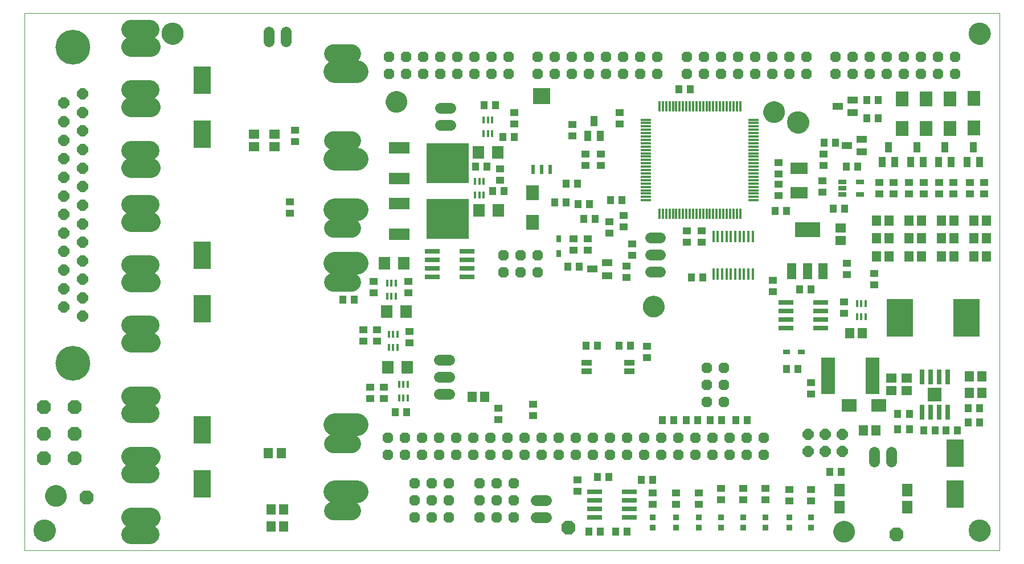
<source format=gts>
G75*
G70*
%OFA0B0*%
%FSLAX24Y24*%
%IPPOS*%
%LPD*%
%AMOC8*
5,1,8,0,0,1.08239X$1,22.5*
%
%ADD10C,0.0000*%
%ADD11C,0.1290*%
%ADD12R,0.0591X0.0434*%
%ADD13R,0.0473X0.0434*%
%ADD14R,0.0434X0.0473*%
%ADD15R,0.1221X0.0670*%
%ADD16R,0.2481X0.2323*%
%ADD17R,0.0178X0.0394*%
%ADD18R,0.0749X0.0867*%
%ADD19R,0.0906X0.0276*%
%ADD20R,0.0276X0.0434*%
%ADD21R,0.0434X0.0276*%
%ADD22R,0.0638X0.0741*%
%ADD23R,0.0552X0.0631*%
%ADD24R,0.0434X0.0591*%
%ADD25R,0.0240X0.0540*%
%ADD26R,0.1040X0.0940*%
%ADD27R,0.0520X0.0920*%
%ADD28R,0.1457X0.0906*%
%ADD29R,0.0631X0.0552*%
%ADD30OC8,0.0631*%
%ADD31C,0.0631*%
%ADD32R,0.0158X0.0670*%
%ADD33R,0.0827X0.2127*%
%ADD34R,0.0158X0.0631*%
%ADD35R,0.0631X0.0158*%
%ADD36C,0.1339*%
%ADD37C,0.1182*%
%ADD38C,0.1103*%
%ADD39C,0.1142*%
%ADD40R,0.0355X0.0355*%
%ADD41OC8,0.0640*%
%ADD42C,0.2040*%
%ADD43R,0.0670X0.0750*%
%ADD44OC8,0.0650*%
%ADD45R,0.0985X0.0709*%
%ADD46OC8,0.0827*%
%ADD47C,0.0860*%
%ADD48C,0.0440*%
%ADD49R,0.1024X0.1615*%
%ADD50R,0.0276X0.0906*%
%ADD51R,0.0840X0.0840*%
%ADD52R,0.0867X0.0749*%
%ADD53R,0.1556X0.2205*%
%ADD54R,0.0512X0.0257*%
%ADD55R,0.0631X0.0355*%
D10*
X000180Y000300D02*
X000180Y031800D01*
X057261Y031800D01*
X057261Y000300D01*
X000180Y000300D01*
X000735Y001480D02*
X000737Y001530D01*
X000743Y001579D01*
X000753Y001628D01*
X000766Y001675D01*
X000784Y001722D01*
X000805Y001767D01*
X000829Y001810D01*
X000857Y001851D01*
X000888Y001890D01*
X000922Y001926D01*
X000959Y001960D01*
X000999Y001990D01*
X001040Y002017D01*
X001084Y002041D01*
X001129Y002061D01*
X001176Y002077D01*
X001224Y002090D01*
X001273Y002099D01*
X001323Y002104D01*
X001372Y002105D01*
X001422Y002102D01*
X001471Y002095D01*
X001520Y002084D01*
X001567Y002070D01*
X001613Y002051D01*
X001658Y002029D01*
X001701Y002004D01*
X001741Y001975D01*
X001779Y001943D01*
X001815Y001909D01*
X001848Y001871D01*
X001877Y001831D01*
X001903Y001789D01*
X001926Y001745D01*
X001945Y001699D01*
X001961Y001652D01*
X001973Y001603D01*
X001981Y001554D01*
X001985Y001505D01*
X001985Y001455D01*
X001981Y001406D01*
X001973Y001357D01*
X001961Y001308D01*
X001945Y001261D01*
X001926Y001215D01*
X001903Y001171D01*
X001877Y001129D01*
X001848Y001089D01*
X001815Y001051D01*
X001779Y001017D01*
X001741Y000985D01*
X001701Y000956D01*
X001658Y000931D01*
X001613Y000909D01*
X001567Y000890D01*
X001520Y000876D01*
X001471Y000865D01*
X001422Y000858D01*
X001372Y000855D01*
X001323Y000856D01*
X001273Y000861D01*
X001224Y000870D01*
X001176Y000883D01*
X001129Y000899D01*
X001084Y000919D01*
X001040Y000943D01*
X000999Y000970D01*
X000959Y001000D01*
X000922Y001034D01*
X000888Y001070D01*
X000857Y001109D01*
X000829Y001150D01*
X000805Y001193D01*
X000784Y001238D01*
X000766Y001285D01*
X000753Y001332D01*
X000743Y001381D01*
X000737Y001430D01*
X000735Y001480D01*
X044836Y025400D02*
X044838Y025450D01*
X044844Y025499D01*
X044854Y025548D01*
X044867Y025595D01*
X044885Y025642D01*
X044906Y025687D01*
X044930Y025730D01*
X044958Y025771D01*
X044989Y025810D01*
X045023Y025846D01*
X045060Y025880D01*
X045100Y025910D01*
X045141Y025937D01*
X045185Y025961D01*
X045230Y025981D01*
X045277Y025997D01*
X045325Y026010D01*
X045374Y026019D01*
X045424Y026024D01*
X045473Y026025D01*
X045523Y026022D01*
X045572Y026015D01*
X045621Y026004D01*
X045668Y025990D01*
X045714Y025971D01*
X045759Y025949D01*
X045802Y025924D01*
X045842Y025895D01*
X045880Y025863D01*
X045916Y025829D01*
X045949Y025791D01*
X045978Y025751D01*
X046004Y025709D01*
X046027Y025665D01*
X046046Y025619D01*
X046062Y025572D01*
X046074Y025523D01*
X046082Y025474D01*
X046086Y025425D01*
X046086Y025375D01*
X046082Y025326D01*
X046074Y025277D01*
X046062Y025228D01*
X046046Y025181D01*
X046027Y025135D01*
X046004Y025091D01*
X045978Y025049D01*
X045949Y025009D01*
X045916Y024971D01*
X045880Y024937D01*
X045842Y024905D01*
X045802Y024876D01*
X045759Y024851D01*
X045714Y024829D01*
X045668Y024810D01*
X045621Y024796D01*
X045572Y024785D01*
X045523Y024778D01*
X045473Y024775D01*
X045424Y024776D01*
X045374Y024781D01*
X045325Y024790D01*
X045277Y024803D01*
X045230Y024819D01*
X045185Y024839D01*
X045141Y024863D01*
X045100Y024890D01*
X045060Y024920D01*
X045023Y024954D01*
X044989Y024990D01*
X044958Y025029D01*
X044930Y025070D01*
X044906Y025113D01*
X044885Y025158D01*
X044867Y025205D01*
X044854Y025252D01*
X044844Y025301D01*
X044838Y025350D01*
X044836Y025400D01*
X055456Y030610D02*
X055458Y030660D01*
X055464Y030709D01*
X055474Y030758D01*
X055487Y030805D01*
X055505Y030852D01*
X055526Y030897D01*
X055550Y030940D01*
X055578Y030981D01*
X055609Y031020D01*
X055643Y031056D01*
X055680Y031090D01*
X055720Y031120D01*
X055761Y031147D01*
X055805Y031171D01*
X055850Y031191D01*
X055897Y031207D01*
X055945Y031220D01*
X055994Y031229D01*
X056044Y031234D01*
X056093Y031235D01*
X056143Y031232D01*
X056192Y031225D01*
X056241Y031214D01*
X056288Y031200D01*
X056334Y031181D01*
X056379Y031159D01*
X056422Y031134D01*
X056462Y031105D01*
X056500Y031073D01*
X056536Y031039D01*
X056569Y031001D01*
X056598Y030961D01*
X056624Y030919D01*
X056647Y030875D01*
X056666Y030829D01*
X056682Y030782D01*
X056694Y030733D01*
X056702Y030684D01*
X056706Y030635D01*
X056706Y030585D01*
X056702Y030536D01*
X056694Y030487D01*
X056682Y030438D01*
X056666Y030391D01*
X056647Y030345D01*
X056624Y030301D01*
X056598Y030259D01*
X056569Y030219D01*
X056536Y030181D01*
X056500Y030147D01*
X056462Y030115D01*
X056422Y030086D01*
X056379Y030061D01*
X056334Y030039D01*
X056288Y030020D01*
X056241Y030006D01*
X056192Y029995D01*
X056143Y029988D01*
X056093Y029985D01*
X056044Y029986D01*
X055994Y029991D01*
X055945Y030000D01*
X055897Y030013D01*
X055850Y030029D01*
X055805Y030049D01*
X055761Y030073D01*
X055720Y030100D01*
X055680Y030130D01*
X055643Y030164D01*
X055609Y030200D01*
X055578Y030239D01*
X055550Y030280D01*
X055526Y030323D01*
X055505Y030368D01*
X055487Y030415D01*
X055474Y030462D01*
X055464Y030511D01*
X055458Y030560D01*
X055456Y030610D01*
X008216Y030610D02*
X008218Y030660D01*
X008224Y030709D01*
X008234Y030758D01*
X008247Y030805D01*
X008265Y030852D01*
X008286Y030897D01*
X008310Y030940D01*
X008338Y030981D01*
X008369Y031020D01*
X008403Y031056D01*
X008440Y031090D01*
X008480Y031120D01*
X008521Y031147D01*
X008565Y031171D01*
X008610Y031191D01*
X008657Y031207D01*
X008705Y031220D01*
X008754Y031229D01*
X008804Y031234D01*
X008853Y031235D01*
X008903Y031232D01*
X008952Y031225D01*
X009001Y031214D01*
X009048Y031200D01*
X009094Y031181D01*
X009139Y031159D01*
X009182Y031134D01*
X009222Y031105D01*
X009260Y031073D01*
X009296Y031039D01*
X009329Y031001D01*
X009358Y030961D01*
X009384Y030919D01*
X009407Y030875D01*
X009426Y030829D01*
X009442Y030782D01*
X009454Y030733D01*
X009462Y030684D01*
X009466Y030635D01*
X009466Y030585D01*
X009462Y030536D01*
X009454Y030487D01*
X009442Y030438D01*
X009426Y030391D01*
X009407Y030345D01*
X009384Y030301D01*
X009358Y030259D01*
X009329Y030219D01*
X009296Y030181D01*
X009260Y030147D01*
X009222Y030115D01*
X009182Y030086D01*
X009139Y030061D01*
X009094Y030039D01*
X009048Y030020D01*
X009001Y030006D01*
X008952Y029995D01*
X008903Y029988D01*
X008853Y029985D01*
X008804Y029986D01*
X008754Y029991D01*
X008705Y030000D01*
X008657Y030013D01*
X008610Y030029D01*
X008565Y030049D01*
X008521Y030073D01*
X008480Y030100D01*
X008440Y030130D01*
X008403Y030164D01*
X008369Y030200D01*
X008338Y030239D01*
X008310Y030280D01*
X008286Y030323D01*
X008265Y030368D01*
X008247Y030415D01*
X008234Y030462D01*
X008224Y030511D01*
X008218Y030560D01*
X008216Y030610D01*
X055456Y001480D02*
X055458Y001530D01*
X055464Y001579D01*
X055474Y001628D01*
X055487Y001675D01*
X055505Y001722D01*
X055526Y001767D01*
X055550Y001810D01*
X055578Y001851D01*
X055609Y001890D01*
X055643Y001926D01*
X055680Y001960D01*
X055720Y001990D01*
X055761Y002017D01*
X055805Y002041D01*
X055850Y002061D01*
X055897Y002077D01*
X055945Y002090D01*
X055994Y002099D01*
X056044Y002104D01*
X056093Y002105D01*
X056143Y002102D01*
X056192Y002095D01*
X056241Y002084D01*
X056288Y002070D01*
X056334Y002051D01*
X056379Y002029D01*
X056422Y002004D01*
X056462Y001975D01*
X056500Y001943D01*
X056536Y001909D01*
X056569Y001871D01*
X056598Y001831D01*
X056624Y001789D01*
X056647Y001745D01*
X056666Y001699D01*
X056682Y001652D01*
X056694Y001603D01*
X056702Y001554D01*
X056706Y001505D01*
X056706Y001455D01*
X056702Y001406D01*
X056694Y001357D01*
X056682Y001308D01*
X056666Y001261D01*
X056647Y001215D01*
X056624Y001171D01*
X056598Y001129D01*
X056569Y001089D01*
X056536Y001051D01*
X056500Y001017D01*
X056462Y000985D01*
X056422Y000956D01*
X056379Y000931D01*
X056334Y000909D01*
X056288Y000890D01*
X056241Y000876D01*
X056192Y000865D01*
X056143Y000858D01*
X056093Y000855D01*
X056044Y000856D01*
X055994Y000861D01*
X055945Y000870D01*
X055897Y000883D01*
X055850Y000899D01*
X055805Y000919D01*
X055761Y000943D01*
X055720Y000970D01*
X055680Y001000D01*
X055643Y001034D01*
X055609Y001070D01*
X055578Y001109D01*
X055550Y001150D01*
X055526Y001193D01*
X055505Y001238D01*
X055487Y001285D01*
X055474Y001332D01*
X055464Y001381D01*
X055458Y001430D01*
X055456Y001480D01*
D11*
X056081Y001480D03*
X045461Y025400D03*
X056081Y030610D03*
X008841Y030610D03*
X001360Y001480D03*
D12*
X033428Y016800D03*
X034295Y016426D03*
X034295Y017174D03*
X048328Y024050D03*
X049195Y024424D03*
X049195Y023676D03*
X048645Y025976D03*
X047778Y026350D03*
X048645Y026724D03*
D13*
X046961Y023535D03*
X046961Y022865D03*
X046880Y021985D03*
X046880Y021315D03*
X044311Y021115D03*
X044311Y021785D03*
X044311Y022365D03*
X044311Y023035D03*
X050211Y021885D03*
X051061Y021885D03*
X051061Y021215D03*
X050211Y021215D03*
X051961Y021215D03*
X052811Y021215D03*
X052811Y021885D03*
X051961Y021885D03*
X053711Y021885D03*
X054561Y021885D03*
X054561Y021215D03*
X053711Y021215D03*
X055511Y021215D03*
X055511Y021885D03*
X056361Y021885D03*
X056361Y021215D03*
X048311Y017135D03*
X048311Y016465D03*
X049911Y016535D03*
X049911Y015865D03*
X048161Y014885D03*
X048161Y014215D03*
X043980Y015465D03*
X043980Y016135D03*
X039836Y018365D03*
X039836Y019035D03*
X038961Y019035D03*
X038961Y018365D03*
X035761Y018285D03*
X035761Y017615D03*
X035411Y016985D03*
X035411Y016315D03*
X033161Y017915D03*
X032311Y017915D03*
X032311Y018585D03*
X033161Y018585D03*
X034411Y018915D03*
X034411Y019585D03*
X035261Y019265D03*
X035261Y019935D03*
X033911Y022865D03*
X033911Y023535D03*
X033011Y023535D03*
X033011Y022865D03*
X032261Y024615D03*
X032261Y025285D03*
X035011Y025315D03*
X035011Y025985D03*
X028855Y025985D03*
X028855Y025315D03*
X028030Y022685D03*
X028030Y022015D03*
X022661Y016085D03*
X022661Y015415D03*
X020611Y015415D03*
X020611Y016085D03*
X020811Y013235D03*
X020811Y012565D03*
X020011Y012565D03*
X020011Y013235D03*
X022711Y013135D03*
X022711Y012465D03*
X021211Y009885D03*
X020411Y009885D03*
X020411Y009215D03*
X021211Y009215D03*
X027911Y008635D03*
X027911Y007965D03*
X029961Y008215D03*
X029961Y008885D03*
X036630Y011615D03*
X036630Y012285D03*
X046211Y010135D03*
X046211Y009465D03*
X046211Y003885D03*
X046211Y003215D03*
X044961Y003215D03*
X044961Y003885D03*
X043561Y003935D03*
X043561Y003265D03*
X042261Y003265D03*
X042261Y003935D03*
X040961Y003935D03*
X040961Y003265D03*
X039661Y003015D03*
X039661Y003685D03*
X038311Y003685D03*
X038311Y003015D03*
X036961Y003015D03*
X036961Y003685D03*
X032561Y003765D03*
X032561Y004435D03*
X015711Y020065D03*
X015711Y020735D03*
X016011Y024265D03*
X016011Y024935D03*
D14*
X026577Y022800D03*
X027246Y022800D03*
X027595Y021375D03*
X028265Y021375D03*
X031227Y020700D03*
X031896Y020700D03*
X032577Y020600D03*
X033246Y020600D03*
X032927Y019750D03*
X033596Y019750D03*
X034477Y020850D03*
X035146Y020850D03*
X032546Y021800D03*
X031877Y021800D03*
X028865Y024550D03*
X028195Y024550D03*
X027746Y026400D03*
X027077Y026400D03*
X038477Y027350D03*
X039146Y027350D03*
X046977Y024200D03*
X047646Y024200D03*
X048277Y022800D03*
X048946Y022800D03*
X048183Y020350D03*
X047514Y020350D03*
X044796Y020200D03*
X044127Y020200D03*
X039896Y016300D03*
X039227Y016300D03*
X045545Y015600D03*
X046215Y015600D03*
X045446Y010950D03*
X044777Y010950D03*
X042496Y007950D03*
X041827Y007950D03*
X040996Y007950D03*
X040327Y007950D03*
X039596Y007950D03*
X038927Y007950D03*
X038196Y007950D03*
X037527Y007950D03*
X034396Y004600D03*
X033727Y004600D03*
X036277Y004450D03*
X036946Y004450D03*
X035446Y001400D03*
X034777Y001400D03*
X033896Y001400D03*
X033227Y001400D03*
X022546Y008400D03*
X021877Y008400D03*
X033045Y012300D03*
X033715Y012300D03*
X034995Y012300D03*
X035665Y012300D03*
X032646Y016950D03*
X031977Y016950D03*
X019496Y015000D03*
X018827Y015000D03*
X047327Y004900D03*
X047996Y004900D03*
X051302Y007425D03*
X051971Y007425D03*
X052827Y007350D03*
X053496Y007350D03*
X054127Y007350D03*
X054796Y007350D03*
X055427Y007800D03*
X056096Y007800D03*
X056096Y008650D03*
X055427Y008650D03*
X051971Y008325D03*
X051302Y008325D03*
X050146Y025650D03*
X049477Y025650D03*
X049477Y026700D03*
X050146Y026700D03*
D15*
X022121Y023898D03*
X022121Y022102D03*
X022121Y020648D03*
X022121Y018852D03*
D16*
X024948Y019750D03*
X024948Y023000D03*
D17*
X026556Y021944D03*
X026811Y021944D03*
X027067Y021944D03*
X027067Y021156D03*
X026811Y021156D03*
X026556Y021156D03*
X027056Y024756D03*
X027311Y024756D03*
X027567Y024756D03*
X027567Y025544D03*
X027311Y025544D03*
X027056Y025544D03*
X021917Y015994D03*
X021661Y015994D03*
X021406Y015994D03*
X021406Y015206D03*
X021661Y015206D03*
X021917Y015206D03*
X022017Y012994D03*
X021761Y012994D03*
X021506Y012994D03*
X021506Y012206D03*
X021761Y012206D03*
X022017Y012206D03*
X022106Y010044D03*
X022361Y010044D03*
X022617Y010044D03*
X022617Y009256D03*
X022361Y009256D03*
X022106Y009256D03*
X048906Y014006D03*
X049161Y014006D03*
X049417Y014006D03*
X049417Y014794D03*
X049161Y014794D03*
X048906Y014794D03*
D18*
X051561Y025034D03*
X052961Y025034D03*
X054361Y025034D03*
X055761Y025084D03*
X055761Y026816D03*
X054361Y026766D03*
X052961Y026766D03*
X051561Y026766D03*
X029911Y021266D03*
X029911Y019534D03*
D19*
X026085Y017850D03*
X026085Y017350D03*
X026085Y016850D03*
X026085Y016350D03*
X024038Y016350D03*
X024038Y016850D03*
X024038Y017350D03*
X024038Y017850D03*
X044738Y014850D03*
X044738Y014350D03*
X044738Y013850D03*
X044738Y013350D03*
X046785Y013350D03*
X046785Y013850D03*
X046785Y014350D03*
X046785Y014850D03*
X035585Y003750D03*
X035585Y003250D03*
X035585Y002750D03*
X035585Y002250D03*
X033538Y002250D03*
X033538Y002750D03*
X033538Y003250D03*
X033538Y003750D03*
D20*
X031461Y017717D03*
X031461Y018583D03*
D21*
X044778Y011950D03*
X045645Y011950D03*
D22*
X047881Y003850D03*
X047881Y002850D03*
X051841Y002850D03*
X051841Y003850D03*
D23*
X050036Y007350D03*
X049287Y007350D03*
X055487Y009550D03*
X056236Y009550D03*
X056236Y010500D03*
X055487Y010500D03*
X049236Y013050D03*
X048487Y013050D03*
X050037Y017550D03*
X050786Y017550D03*
X051937Y017550D03*
X052686Y017550D03*
X053837Y017550D03*
X054586Y017550D03*
X055737Y017550D03*
X056486Y017550D03*
X056486Y018600D03*
X055737Y018600D03*
X054586Y018600D03*
X053837Y018600D03*
X052686Y018600D03*
X051937Y018600D03*
X050786Y018600D03*
X050037Y018600D03*
X050037Y019650D03*
X050786Y019650D03*
X051937Y019650D03*
X052686Y019650D03*
X053837Y019650D03*
X054586Y019650D03*
X055737Y019650D03*
X056486Y019650D03*
X027136Y009300D03*
X026387Y009300D03*
X015204Y006000D03*
X014456Y006000D03*
X014606Y002700D03*
X015354Y002700D03*
X015354Y001700D03*
X014606Y001700D03*
D24*
X050387Y023067D03*
X051136Y023067D03*
X052037Y023067D03*
X052786Y023067D03*
X053687Y023067D03*
X054436Y023067D03*
X055337Y023067D03*
X056086Y023067D03*
X055711Y023933D03*
X054061Y023933D03*
X052411Y023933D03*
X050761Y023933D03*
X033886Y024617D03*
X033137Y024617D03*
X033511Y025483D03*
D25*
X030961Y022650D03*
X030461Y022650D03*
X029961Y022650D03*
D26*
X030461Y026950D03*
D27*
X045102Y016680D03*
X046011Y016680D03*
X046921Y016680D03*
D28*
X046011Y019120D03*
D29*
X047961Y019224D03*
X047961Y018476D03*
X050911Y010424D03*
X050911Y009676D03*
X051811Y009676D03*
X051811Y010424D03*
X014830Y023976D03*
X013630Y023976D03*
X013630Y024724D03*
X014830Y024724D03*
D30*
X021511Y028250D03*
X022511Y028250D03*
X023511Y028250D03*
X024511Y028250D03*
X025511Y028250D03*
X026511Y028250D03*
X027511Y028250D03*
X028511Y028250D03*
X028511Y029250D03*
X027511Y029250D03*
X026511Y029250D03*
X025511Y029250D03*
X024511Y029250D03*
X023511Y029250D03*
X022511Y029250D03*
X021511Y029250D03*
X030211Y029250D03*
X031211Y029250D03*
X032211Y029250D03*
X033211Y029250D03*
X034211Y029250D03*
X035211Y029250D03*
X036211Y029250D03*
X037211Y029250D03*
X037211Y028250D03*
X036211Y028250D03*
X035211Y028250D03*
X034211Y028250D03*
X033211Y028250D03*
X032211Y028250D03*
X031211Y028250D03*
X030211Y028250D03*
X038961Y028250D03*
X039961Y028250D03*
X040961Y028250D03*
X041961Y028250D03*
X042961Y028250D03*
X043961Y028250D03*
X044961Y028250D03*
X045961Y028250D03*
X047661Y028250D03*
X048661Y028250D03*
X049661Y028250D03*
X050661Y028250D03*
X051661Y028250D03*
X052661Y028250D03*
X053661Y028250D03*
X054661Y028250D03*
X054661Y029250D03*
X053661Y029250D03*
X052661Y029250D03*
X051661Y029250D03*
X050661Y029250D03*
X049661Y029250D03*
X048661Y029250D03*
X047661Y029250D03*
X045961Y029250D03*
X044961Y029250D03*
X043961Y029250D03*
X042961Y029250D03*
X041961Y029250D03*
X040961Y029250D03*
X039961Y029250D03*
X038961Y029250D03*
X030211Y017600D03*
X029211Y017600D03*
X028211Y017600D03*
X028211Y016600D03*
X029211Y016600D03*
X030211Y016600D03*
X040111Y011000D03*
X041111Y011000D03*
X041111Y010000D03*
X040111Y010000D03*
X040111Y009000D03*
X041111Y009000D03*
X041461Y006900D03*
X042461Y006900D03*
X043461Y006900D03*
X043461Y005900D03*
X042461Y005900D03*
X041461Y005900D03*
X040461Y005900D03*
X039461Y005900D03*
X038461Y005900D03*
X037461Y005900D03*
X036461Y005900D03*
X035461Y005900D03*
X034461Y005900D03*
X033461Y005900D03*
X032461Y005900D03*
X031461Y005900D03*
X030461Y005900D03*
X029461Y005900D03*
X028461Y005900D03*
X027461Y005900D03*
X026461Y005900D03*
X025461Y005900D03*
X024461Y005900D03*
X023461Y005900D03*
X022461Y005900D03*
X021461Y005900D03*
X021461Y006900D03*
X022461Y006900D03*
X023461Y006900D03*
X024461Y006900D03*
X025461Y006900D03*
X026461Y006900D03*
X027461Y006900D03*
X028461Y006900D03*
X029461Y006900D03*
X030461Y006900D03*
X031461Y006900D03*
X032461Y006900D03*
X033461Y006900D03*
X034461Y006900D03*
X035461Y006900D03*
X036461Y006900D03*
X037461Y006900D03*
X038461Y006900D03*
X039461Y006900D03*
X040461Y006900D03*
X028811Y004250D03*
X027811Y004250D03*
X026811Y004250D03*
X026811Y003250D03*
X027811Y003250D03*
X028811Y003250D03*
X028811Y002250D03*
X027811Y002250D03*
X026811Y002250D03*
X025011Y002250D03*
X024011Y002250D03*
X023011Y002250D03*
X023011Y003250D03*
X024011Y003250D03*
X025011Y003250D03*
X025011Y004250D03*
X024011Y004250D03*
X023011Y004250D03*
D31*
X030116Y003250D02*
X030707Y003250D01*
X030707Y002250D02*
X030116Y002250D01*
X025057Y009480D02*
X024466Y009480D01*
X024466Y010480D02*
X025057Y010480D01*
X025057Y011480D02*
X024466Y011480D01*
X036806Y016660D02*
X037397Y016660D01*
X037397Y017660D02*
X036806Y017660D01*
X036806Y018660D02*
X037397Y018660D01*
X025107Y025250D02*
X024516Y025250D01*
X024516Y026250D02*
X025107Y026250D01*
X015480Y030136D02*
X015480Y030727D01*
X014480Y030727D02*
X014480Y030136D01*
X049911Y006095D02*
X049911Y005505D01*
X050911Y005505D02*
X050911Y006095D01*
D32*
X042813Y016498D03*
X042557Y016498D03*
X042301Y016498D03*
X042045Y016498D03*
X041789Y016498D03*
X041534Y016498D03*
X041278Y016498D03*
X041022Y016498D03*
X040766Y016498D03*
X040510Y016498D03*
X040510Y018702D03*
X040766Y018702D03*
X041022Y018702D03*
X041278Y018702D03*
X041534Y018702D03*
X041789Y018702D03*
X042045Y018702D03*
X042301Y018702D03*
X042557Y018702D03*
X042813Y018702D03*
D33*
X047212Y010550D03*
X049811Y010550D03*
D34*
X042074Y020050D03*
X041877Y020050D03*
X041680Y020050D03*
X041483Y020050D03*
X041286Y020050D03*
X041089Y020050D03*
X040893Y020050D03*
X040696Y020050D03*
X040499Y020050D03*
X040302Y020050D03*
X040105Y020050D03*
X039908Y020050D03*
X039711Y020050D03*
X039515Y020050D03*
X039318Y020050D03*
X039121Y020050D03*
X038924Y020050D03*
X038727Y020050D03*
X038530Y020050D03*
X038334Y020050D03*
X038137Y020050D03*
X037940Y020050D03*
X037743Y020050D03*
X037546Y020050D03*
X037349Y020050D03*
X037349Y026350D03*
X037546Y026350D03*
X037743Y026350D03*
X037940Y026350D03*
X038137Y026350D03*
X038334Y026350D03*
X038530Y026350D03*
X038727Y026350D03*
X038924Y026350D03*
X039121Y026350D03*
X039318Y026350D03*
X039515Y026350D03*
X039711Y026350D03*
X039908Y026350D03*
X040105Y026350D03*
X040302Y026350D03*
X040499Y026350D03*
X040696Y026350D03*
X040893Y026350D03*
X041089Y026350D03*
X041286Y026350D03*
X041483Y026350D03*
X041680Y026350D03*
X041877Y026350D03*
X042074Y026350D03*
D35*
X042861Y025562D03*
X042861Y025365D03*
X042861Y025169D03*
X042861Y024972D03*
X042861Y024775D03*
X042861Y024578D03*
X042861Y024381D03*
X042861Y024184D03*
X042861Y023987D03*
X042861Y023791D03*
X042861Y023594D03*
X042861Y023397D03*
X042861Y023200D03*
X042861Y023003D03*
X042861Y022806D03*
X042861Y022609D03*
X042861Y022413D03*
X042861Y022216D03*
X042861Y022019D03*
X042861Y021822D03*
X042861Y021625D03*
X042861Y021428D03*
X042861Y021231D03*
X042861Y021035D03*
X042861Y020838D03*
X036562Y020838D03*
X036562Y021035D03*
X036562Y021231D03*
X036562Y021428D03*
X036562Y021625D03*
X036562Y021822D03*
X036562Y022019D03*
X036562Y022216D03*
X036562Y022413D03*
X036562Y022609D03*
X036562Y022806D03*
X036562Y023003D03*
X036562Y023200D03*
X036562Y023397D03*
X036562Y023594D03*
X036562Y023791D03*
X036562Y023987D03*
X036562Y024184D03*
X036562Y024381D03*
X036562Y024578D03*
X036562Y024775D03*
X036562Y024972D03*
X036562Y025169D03*
X036562Y025365D03*
X036562Y025562D03*
D36*
X019637Y023249D02*
X018338Y023249D01*
X018338Y020282D02*
X019637Y020282D01*
X019637Y017133D02*
X018338Y017133D01*
X018338Y007670D02*
X019637Y007670D01*
X019637Y003733D02*
X018338Y003733D01*
X018338Y028367D02*
X019637Y028367D01*
D37*
X007551Y029843D02*
X006409Y029843D01*
X006409Y026300D02*
X007551Y026300D01*
X007551Y022757D02*
X006409Y022757D01*
X006409Y019593D02*
X007551Y019593D01*
X007551Y016050D02*
X006409Y016050D01*
X006409Y012507D02*
X007551Y012507D01*
X007551Y009343D02*
X006409Y009343D01*
X006409Y005800D02*
X007551Y005800D01*
X007551Y002257D02*
X006409Y002257D01*
D38*
X018260Y002650D02*
X019323Y002650D01*
X019323Y006587D02*
X018260Y006587D01*
X018260Y016050D02*
X019323Y016050D01*
X019323Y019200D02*
X018260Y019200D01*
X018260Y024331D02*
X019323Y024331D01*
X019323Y029450D02*
X018260Y029450D01*
D39*
X007531Y030843D02*
X006429Y030843D01*
X006429Y027300D02*
X007531Y027300D01*
X007531Y023757D02*
X006429Y023757D01*
X006429Y020593D02*
X007531Y020593D01*
X007531Y017050D02*
X006429Y017050D01*
X006429Y013507D02*
X007531Y013507D01*
X007531Y008343D02*
X006429Y008343D01*
X006429Y004800D02*
X007531Y004800D01*
X007531Y001257D02*
X006429Y001257D01*
D40*
X036961Y001655D03*
X036961Y002245D03*
X038311Y002245D03*
X038311Y001655D03*
X039661Y001655D03*
X039661Y002245D03*
X040961Y002245D03*
X040961Y001655D03*
X042261Y001655D03*
X042261Y002245D03*
X043561Y002245D03*
X043561Y001655D03*
X044961Y001655D03*
X044961Y002245D03*
X046211Y002245D03*
X046211Y001655D03*
D41*
X003590Y014030D03*
X002470Y014570D03*
X003590Y015120D03*
X002470Y015660D03*
X003590Y016200D03*
X002470Y016750D03*
X003590Y017290D03*
X002470Y017830D03*
X003590Y018380D03*
X002470Y018920D03*
X003590Y019460D03*
X002470Y020010D03*
X003590Y020550D03*
X002470Y021090D03*
X003590Y021640D03*
X002470Y022180D03*
X003590Y022720D03*
X002470Y023270D03*
X003590Y023810D03*
X002470Y024350D03*
X003590Y024900D03*
X002470Y025440D03*
X003590Y025980D03*
X002470Y026530D03*
X003590Y027070D03*
D42*
X003030Y029810D03*
X003030Y011290D03*
D43*
X021252Y017150D03*
X022371Y017150D03*
X022521Y014300D03*
X021402Y014300D03*
X021452Y011050D03*
X022571Y011050D03*
X026802Y020250D03*
X027921Y020250D03*
X027871Y023650D03*
X026752Y023650D03*
D44*
X046061Y007100D03*
X047061Y007100D03*
X048061Y007100D03*
X048061Y006100D03*
X047061Y006100D03*
X046061Y006100D03*
D45*
X045511Y021272D03*
X045511Y022728D03*
D46*
X032030Y001650D03*
X051211Y001250D03*
X003830Y003400D03*
X003130Y005700D03*
X001330Y005700D03*
X001330Y007150D03*
X003130Y007150D03*
X003130Y008700D03*
X001330Y008700D03*
D47*
X001833Y003500D02*
X001835Y003527D01*
X001841Y003554D01*
X001850Y003580D01*
X001863Y003604D01*
X001879Y003627D01*
X001898Y003646D01*
X001920Y003663D01*
X001944Y003677D01*
X001969Y003687D01*
X001996Y003694D01*
X002023Y003697D01*
X002051Y003696D01*
X002078Y003691D01*
X002104Y003683D01*
X002128Y003671D01*
X002151Y003655D01*
X002172Y003637D01*
X002189Y003616D01*
X002204Y003592D01*
X002215Y003567D01*
X002223Y003541D01*
X002227Y003514D01*
X002227Y003486D01*
X002223Y003459D01*
X002215Y003433D01*
X002204Y003408D01*
X002189Y003384D01*
X002172Y003363D01*
X002151Y003345D01*
X002129Y003329D01*
X002104Y003317D01*
X002078Y003309D01*
X002051Y003304D01*
X002023Y003303D01*
X001996Y003306D01*
X001969Y003313D01*
X001944Y003323D01*
X001920Y003337D01*
X001898Y003354D01*
X001879Y003373D01*
X001863Y003396D01*
X001850Y003420D01*
X001841Y003446D01*
X001835Y003473D01*
X001833Y003500D01*
X036814Y014600D02*
X036816Y014627D01*
X036822Y014654D01*
X036831Y014680D01*
X036844Y014704D01*
X036860Y014727D01*
X036879Y014746D01*
X036901Y014763D01*
X036925Y014777D01*
X036950Y014787D01*
X036977Y014794D01*
X037004Y014797D01*
X037032Y014796D01*
X037059Y014791D01*
X037085Y014783D01*
X037109Y014771D01*
X037132Y014755D01*
X037153Y014737D01*
X037170Y014716D01*
X037185Y014692D01*
X037196Y014667D01*
X037204Y014641D01*
X037208Y014614D01*
X037208Y014586D01*
X037204Y014559D01*
X037196Y014533D01*
X037185Y014508D01*
X037170Y014484D01*
X037153Y014463D01*
X037132Y014445D01*
X037110Y014429D01*
X037085Y014417D01*
X037059Y014409D01*
X037032Y014404D01*
X037004Y014403D01*
X036977Y014406D01*
X036950Y014413D01*
X036925Y014423D01*
X036901Y014437D01*
X036879Y014454D01*
X036860Y014473D01*
X036844Y014496D01*
X036831Y014520D01*
X036822Y014546D01*
X036816Y014573D01*
X036814Y014600D01*
X043864Y026000D02*
X043866Y026027D01*
X043872Y026054D01*
X043881Y026080D01*
X043894Y026104D01*
X043910Y026127D01*
X043929Y026146D01*
X043951Y026163D01*
X043975Y026177D01*
X044000Y026187D01*
X044027Y026194D01*
X044054Y026197D01*
X044082Y026196D01*
X044109Y026191D01*
X044135Y026183D01*
X044159Y026171D01*
X044182Y026155D01*
X044203Y026137D01*
X044220Y026116D01*
X044235Y026092D01*
X044246Y026067D01*
X044254Y026041D01*
X044258Y026014D01*
X044258Y025986D01*
X044254Y025959D01*
X044246Y025933D01*
X044235Y025908D01*
X044220Y025884D01*
X044203Y025863D01*
X044182Y025845D01*
X044160Y025829D01*
X044135Y025817D01*
X044109Y025809D01*
X044082Y025804D01*
X044054Y025803D01*
X044027Y025806D01*
X044000Y025813D01*
X043975Y025823D01*
X043951Y025837D01*
X043929Y025854D01*
X043910Y025873D01*
X043894Y025896D01*
X043881Y025920D01*
X043872Y025946D01*
X043866Y025973D01*
X043864Y026000D01*
X021764Y026600D02*
X021766Y026627D01*
X021772Y026654D01*
X021781Y026680D01*
X021794Y026704D01*
X021810Y026727D01*
X021829Y026746D01*
X021851Y026763D01*
X021875Y026777D01*
X021900Y026787D01*
X021927Y026794D01*
X021954Y026797D01*
X021982Y026796D01*
X022009Y026791D01*
X022035Y026783D01*
X022059Y026771D01*
X022082Y026755D01*
X022103Y026737D01*
X022120Y026716D01*
X022135Y026692D01*
X022146Y026667D01*
X022154Y026641D01*
X022158Y026614D01*
X022158Y026586D01*
X022154Y026559D01*
X022146Y026533D01*
X022135Y026508D01*
X022120Y026484D01*
X022103Y026463D01*
X022082Y026445D01*
X022060Y026429D01*
X022035Y026417D01*
X022009Y026409D01*
X021982Y026404D01*
X021954Y026403D01*
X021927Y026406D01*
X021900Y026413D01*
X021875Y026423D01*
X021851Y026437D01*
X021829Y026454D01*
X021810Y026473D01*
X021794Y026496D01*
X021781Y026520D01*
X021772Y026546D01*
X021766Y026573D01*
X021764Y026600D01*
X047964Y001400D02*
X047966Y001427D01*
X047972Y001454D01*
X047981Y001480D01*
X047994Y001504D01*
X048010Y001527D01*
X048029Y001546D01*
X048051Y001563D01*
X048075Y001577D01*
X048100Y001587D01*
X048127Y001594D01*
X048154Y001597D01*
X048182Y001596D01*
X048209Y001591D01*
X048235Y001583D01*
X048259Y001571D01*
X048282Y001555D01*
X048303Y001537D01*
X048320Y001516D01*
X048335Y001492D01*
X048346Y001467D01*
X048354Y001441D01*
X048358Y001414D01*
X048358Y001386D01*
X048354Y001359D01*
X048346Y001333D01*
X048335Y001308D01*
X048320Y001284D01*
X048303Y001263D01*
X048282Y001245D01*
X048260Y001229D01*
X048235Y001217D01*
X048209Y001209D01*
X048182Y001204D01*
X048154Y001203D01*
X048127Y001206D01*
X048100Y001213D01*
X048075Y001223D01*
X048051Y001237D01*
X048029Y001254D01*
X048010Y001273D01*
X047994Y001296D01*
X047981Y001320D01*
X047972Y001346D01*
X047966Y001373D01*
X047964Y001400D01*
D48*
X048161Y001400D03*
X037011Y014600D03*
X044061Y026000D03*
X021961Y026600D03*
X002030Y003500D03*
D49*
X010580Y004225D03*
X010580Y007375D03*
X010580Y014475D03*
X010580Y017625D03*
X010580Y024725D03*
X010580Y027875D03*
X054661Y006001D03*
X054661Y003599D03*
D50*
X054211Y008426D03*
X053711Y008426D03*
X053211Y008426D03*
X052711Y008426D03*
X052711Y010474D03*
X053211Y010474D03*
X053711Y010474D03*
X054211Y010474D03*
D51*
X053461Y009450D03*
D52*
X050178Y008800D03*
X048445Y008800D03*
D53*
X051403Y013950D03*
X055320Y013950D03*
D54*
X049073Y021176D03*
X049073Y021924D03*
X048050Y021924D03*
X048050Y021550D03*
X048050Y021176D03*
D55*
X035570Y011300D03*
X035570Y010800D03*
X033090Y010800D03*
X033090Y011300D03*
M02*

</source>
